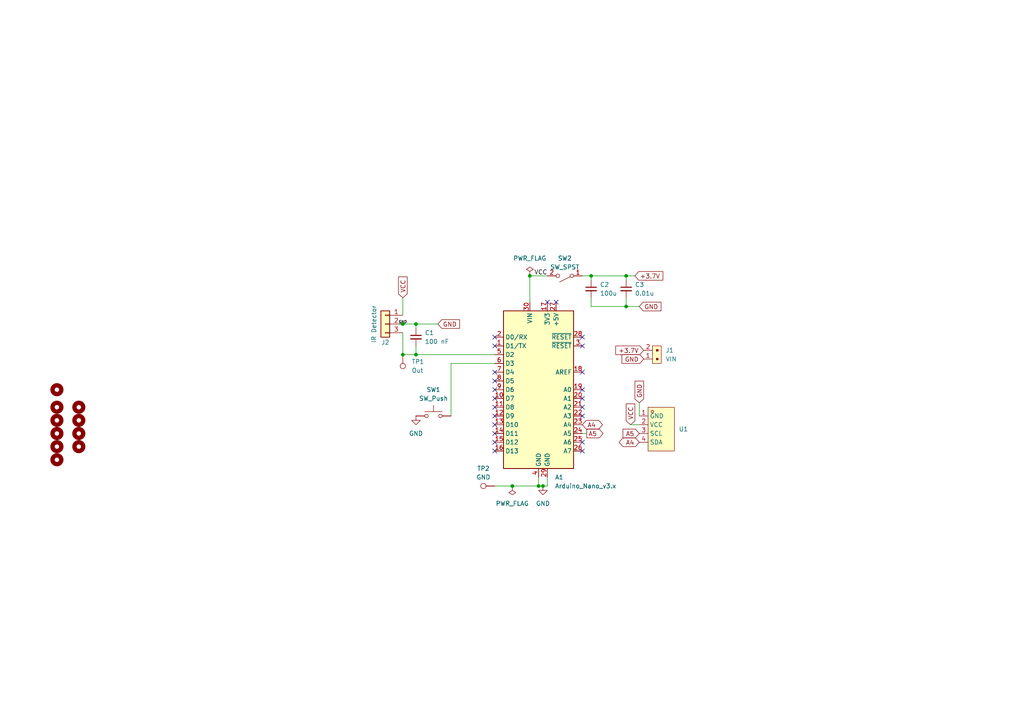
<source format=kicad_sch>
(kicad_sch (version 20231120) (generator "eeschema") (generator_version "8.0")
  (paper "A4")
  (lib_symbols
    (symbol "Connector:TestPoint" (pin_numbers hide) (pin_names (offset 0.762) hide)
      (property "Reference" "TP" (at 0 6.858 0))
      (property "Value" "TestPoint" (at 0 5.08 0))
      (symbol "TestPoint_0_1"
        (circle (center 0 3.302) (radius 0.762))
      )
      (symbol "TestPoint_1_1"
        (pin passive line (at 0 0 90) (length 2.54) (name "1") (number "1"))
      )
    )
    (symbol "Connector_Generic:Conn_01x03" (pin_names (offset 1.016) hide)
      (property "Reference" "J" (at 0 5.08 0))
      (property "Value" "Conn_01x03" (at 0 -5.08 0))
      (symbol "Conn_01x03_1_1"
        (rectangle (start -1.27 -2.413) (end 0 -2.667) (stroke (width 0.1524)))
        (rectangle (start -1.27 0.127) (end 0 -0.127) (stroke (width 0.1524)))
        (rectangle (start -1.27 2.667) (end 0 2.413) (stroke (width 0.1524)))
        (rectangle (start -1.27 3.81) (end 1.27 -3.81) (stroke (width 0.254)) (fill (type background)))
        (pin passive line (at -5.08 2.54 0) (length 3.81) (name "Pin_1") (number "1"))
        (pin passive line (at -5.08 0 0) (length 3.81) (name "Pin_2") (number "2"))
        (pin passive line (at -5.08 -2.54 0) (length 3.81) (name "Pin_3") (number "3"))
      )
    )
    (symbol "Device:C_Small" (pin_numbers hide) (pin_names (offset 0.254) hide)
      (property "Reference" "C" (at 0.254 1.778 0))
      (property "Value" "C_Small" (at 0.254 -2.032 0))
      (symbol "C_Small_0_1"
        (polyline (pts (xy -1.524 -0.508) (xy 1.524 -0.508)) (stroke (width 0.3302)))
        (polyline (pts (xy -1.524 0.508) (xy 1.524 0.508)) (stroke (width 0.3048)))
      )
      (symbol "C_Small_1_1"
        (pin passive line (at 0 2.54 270) (length 2.032) (name "~") (number "1"))
        (pin passive line (at 0 -2.54 90) (length 2.032) (name "~") (number "2"))
      )
    )
    (symbol "MCU_Module:Arduino_Nano_v3.x"
      (property "Reference" "A" (at -10.16 23.495 0))
      (property "Value" "Arduino_Nano_v3.x" (at 5.08 -24.13 0))
      (symbol "Arduino_Nano_v3.x_0_1"
        (rectangle (start -10.16 22.86) (end 10.16 -22.86) (stroke (width 0.254)) (fill (type background)))
      )
      (symbol "Arduino_Nano_v3.x_1_1"
        (pin bidirectional line (at -12.7 12.7 0) (length 2.54) (name "D1/TX") (number "1"))
        (pin bidirectional line (at -12.7 -2.54 0) (length 2.54) (name "D7") (number "10"))
        (pin bidirectional line (at -12.7 -5.08 0) (length 2.54) (name "D8") (number "11"))
        (pin bidirectional line (at -12.7 -7.62 0) (length 2.54) (name "D9") (number "12"))
        (pin bidirectional line (at -12.7 -10.16 0) (length 2.54) (name "D10") (number "13"))
        (pin bidirectional line (at -12.7 -12.7 0) (length 2.54) (name "D11") (number "14"))
        (pin bidirectional line (at -12.7 -15.24 0) (length 2.54) (name "D12") (number "15"))
        (pin bidirectional line (at -12.7 -17.78 0) (length 2.54) (name "D13") (number "16"))
        (pin power_out line (at 2.54 25.4 270) (length 2.54) (name "3V3") (number "17"))
        (pin input line (at 12.7 5.08 180) (length 2.54) (name "AREF") (number "18"))
        (pin bidirectional line (at 12.7 0 180) (length 2.54) (name "A0") (number "19"))
        (pin bidirectional line (at -12.7 15.24 0) (length 2.54) (name "D0/RX") (number "2"))
        (pin bidirectional line (at 12.7 -2.54 180) (length 2.54) (name "A1") (number "20"))
        (pin bidirectional line (at 12.7 -5.08 180) (length 2.54) (name "A2") (number "21"))
        (pin bidirectional line (at 12.7 -7.62 180) (length 2.54) (name "A3") (number "22"))
        (pin bidirectional line (at 12.7 -10.16 180) (length 2.54) (name "A4") (number "23"))
        (pin bidirectional line (at 12.7 -12.7 180) (length 2.54) (name "A5") (number "24"))
        (pin bidirectional line (at 12.7 -15.24 180) (length 2.54) (name "A6") (number "25"))
        (pin bidirectional line (at 12.7 -17.78 180) (length 2.54) (name "A7") (number "26"))
        (pin power_out line (at 5.08 25.4 270) (length 2.54) (name "+5V") (number "27"))
        (pin input line (at 12.7 15.24 180) (length 2.54) (name "~{RESET}") (number "28"))
        (pin power_in line (at 2.54 -25.4 90) (length 2.54) (name "GND") (number "29"))
        (pin input line (at 12.7 12.7 180) (length 2.54) (name "~{RESET}") (number "3"))
        (pin power_in line (at -2.54 25.4 270) (length 2.54) (name "VIN") (number "30"))
        (pin power_in line (at 0 -25.4 90) (length 2.54) (name "GND") (number "4"))
        (pin bidirectional line (at -12.7 10.16 0) (length 2.54) (name "D2") (number "5"))
        (pin bidirectional line (at -12.7 7.62 0) (length 2.54) (name "D3") (number "6"))
        (pin bidirectional line (at -12.7 5.08 0) (length 2.54) (name "D4") (number "7"))
        (pin bidirectional line (at -12.7 2.54 0) (length 2.54) (name "D5") (number "8"))
        (pin bidirectional line (at -12.7 0 0) (length 2.54) (name "D6") (number "9"))
      )
    )
    (symbol "Mechanical:MountingHole" (pin_names (offset 1.016)) (exclude_from_sim yes) (in_bom no)
      (property "Reference" "H" (at 0 5.08 0))
      (property "Value" "MountingHole" (at 0 3.175 0))
      (symbol "MountingHole_0_1"
        (circle (center 0 0) (radius 1.27) (stroke (width 1.27)))
      )
    )
    (symbol "Switch:SW_Push" (pin_numbers hide) (pin_names (offset 1.016) hide)
      (property "Reference" "SW" (at 1.27 2.54 0))
      (property "Value" "SW_Push" (at 0 -1.524 0))
      (symbol "SW_Push_0_1"
        (circle (center -2.032 0) (radius 0.508))
        (polyline (pts (xy 0 1.27) (xy 0 3.048)))
        (polyline (pts (xy 2.54 1.27) (xy -2.54 1.27)))
        (circle (center 2.032 0) (radius 0.508))
        (pin passive line (at -5.08 0 0) (length 2.54) (name "1") (number "1"))
        (pin passive line (at 5.08 0 180) (length 2.54) (name "2") (number "2"))
      )
    )
    (symbol "Switch:SW_SPST" (pin_names (offset 0) hide)
      (property "Reference" "SW" (at 0 3.175 0))
      (property "Value" "SW_SPST" (at 0 -2.54 0))
      (symbol "SW_SPST_0_0"
        (circle (center -2.032 0) (radius 0.508))
        (polyline (pts (xy -1.524 0.254) (xy 1.524 1.778)))
        (circle (center 2.032 0) (radius 0.508))
      )
      (symbol "SW_SPST_1_1"
        (pin passive line (at -5.08 0 0) (length 2.54) (name "A") (number "1"))
        (pin passive line (at 5.08 0 180) (length 2.54) (name "B") (number "2"))
      )
    )
    (symbol "dk_Rectangular-Connectors-Headers-Male-Pins:22-23-2021" (pin_names (offset 1.016))
      (property "Reference" "J" (at -2.54 1.27 0))
      (property "Value" "22-23-2021" (at 1.27 -3.81 0))
      (symbol "22-23-2021_1_1"
        (rectangle (start -1.27 0) (end 3.81 -2.54) (fill (type background)))
        (rectangle (start -0.254 -1.143) (end 0.254 -1.651) (fill (type outline)))
        (rectangle (start 2.286 -1.143) (end 2.794 -1.651) (fill (type outline)))
        (pin passive line (at 0 2.54 270) (length 2.54) (name "~") (number "1"))
        (pin passive line (at 2.54 2.54 270) (length 2.54) (name "~") (number "2"))
      )
    )
    (symbol "easyeda2kicad:HS96L03W2C03"
      (property "Reference" "U1" (at 5.08 0.0001 0))
      (symbol "HS96L03W2C03_0_1"
        (rectangle (start -3.81 6.35) (end 3.81 -6.35) (fill (type background)))
        (circle (center -2.54 5.08) (radius 0.38))
        (pin bidirectional line (at -6.35 -3.81 0) (length 2.54) (name "SDA") (number "4"))
      )
      (symbol "HS96L03W2C03_1_1"
        (pin power_in line (at -6.35 3.81 0) (length 2.54) (name "GND") (number "1"))
        (pin power_in line (at -6.35 1.27 0) (length 2.54) (name "VCC") (number "2"))
        (pin input line (at -6.35 -1.27 0) (length 2.54) (name "SCL") (number "3"))
      )
    )
    (symbol "power:GND" (power) (pin_numbers hide) (pin_names (offset 0) hide)
      (property "Value" "GND" (at 0 -3.81 0))
      (symbol "GND_0_1"
        (polyline (pts (xy 0 0) (xy 0 -1.27) (xy 1.27 -1.27) (xy 0 -2.54) (xy -1.27 -1.27) (xy 0 -1.27)))
      )
      (symbol "GND_1_1"
        (pin power_in line (at 0 0 270) (length 0) (name "~") (number "1"))
      )
    )
    (symbol "power:PWR_FLAG" (power) (pin_numbers hide) (pin_names (offset 0) hide)
      (property "Value" "PWR_FLAG" (at 0 3.81 0))
      (symbol "PWR_FLAG_0_0"
        (pin power_out line (at 0 0 90) (length 0) (name "~") (number "1"))
      )
      (symbol "PWR_FLAG_0_1"
        (polyline (pts (xy 0 0) (xy 0 1.27) (xy -1.016 1.905) (xy 0 2.54) (xy 1.016 1.905) (xy 0 1.27)))
      )
    )
  )
  (junction (at 120.65 102.87))
  (junction (at 116.84 102.87))
  (junction (at 181.61 88.9))
  (junction (at 181.61 80.01))
  (junction (at 157.48 140.97))
  (junction (at 171.45 80.01))
  (junction (at 156.21 140.97))
  (junction (at 148.59 140.97))
  (junction (at 153.67 80.01))
  (junction (at 120.65 93.98))
  (junction (at 116.84 93.98))
  (no_connect (at 143.51 120.65))
  (no_connect (at 143.51 125.73))
  (no_connect (at 168.91 130.81))
  (no_connect (at 168.91 128.27))
  (no_connect (at 143.51 128.27))
  (no_connect (at 168.91 118.11))
  (no_connect (at 168.91 115.57))
  (no_connect (at 143.51 97.79))
  (no_connect (at 143.51 113.03))
  (no_connect (at 158.75 87.63))
  (no_connect (at 168.91 100.33))
  (no_connect (at 143.51 123.19))
  (no_connect (at 168.91 97.79))
  (no_connect (at 143.51 100.33))
  (no_connect (at 168.91 120.65))
  (no_connect (at 143.51 130.81))
  (no_connect (at 168.91 113.03))
  (no_connect (at 161.29 87.63))
  (no_connect (at 143.51 118.11))
  (no_connect (at 143.51 107.95))
  (no_connect (at 168.91 107.95))
  (no_connect (at 143.51 110.49))
  (no_connect (at 143.51 115.57))
  (wire (pts (xy 171.45 80.01) (xy 181.61 80.01)))
  (wire (pts (xy 120.65 102.87) (xy 143.51 102.87)))
  (wire (pts (xy 171.45 88.9) (xy 181.61 88.9)))
  (wire (pts (xy 148.59 140.97) (xy 156.21 140.97)))
  (wire (pts (xy 116.84 86.36) (xy 116.84 91.44)))
  (wire (pts (xy 168.91 80.01) (xy 171.45 80.01)))
  (wire (pts (xy 116.84 96.52) (xy 116.84 102.87)))
  (wire (pts (xy 158.75 138.43) (xy 158.75 140.97)))
  (wire (pts (xy 156.21 140.97) (xy 157.48 140.97)))
  (wire (pts (xy 130.81 120.65) (xy 130.81 105.41)))
  (wire (pts (xy 185.42 123.19) (xy 182.88 123.19)))
  (wire (pts (xy 185.42 116.84) (xy 185.42 120.65)))
  (wire (pts (xy 153.67 80.01) (xy 153.67 87.63)))
  (wire (pts (xy 120.65 93.98) (xy 127 93.98)))
  (wire (pts (xy 171.45 81.28) (xy 171.45 80.01)))
  (wire (pts (xy 181.61 81.28) (xy 181.61 80.01)))
  (wire (pts (xy 170.18 125.73) (xy 168.91 125.73)))
  (wire (pts (xy 156.21 138.43) (xy 156.21 140.97)))
  (wire (pts (xy 181.61 80.01) (xy 184.15 80.01)))
  (wire (pts (xy 115.57 93.98) (xy 116.84 93.98)))
  (wire (pts (xy 171.45 86.36) (xy 171.45 88.9)))
  (wire (pts (xy 120.65 93.98) (xy 120.65 95.25)))
  (wire (pts (xy 116.84 93.98) (xy 120.65 93.98)))
  (wire (pts (xy 181.61 88.9) (xy 181.61 86.36)))
  (wire (pts (xy 130.81 105.41) (xy 143.51 105.41)))
  (wire (pts (xy 153.67 80.01) (xy 158.75 80.01)))
  (wire (pts (xy 181.61 88.9) (xy 185.42 88.9)))
  (wire (pts (xy 143.51 140.97) (xy 148.59 140.97)))
  (wire (pts (xy 158.75 140.97) (xy 157.48 140.97)))
  (wire (pts (xy 116.84 102.87) (xy 120.65 102.87)))
  (wire (pts (xy 120.65 102.87) (xy 120.65 100.33)))
  (label "VCC" (at 158.75 80.01 180))
  (label "GND" (at 115.57 93.98 0) (effects (font (size 0.762 0.762))))
  (global_label "GND" (shape input) (at 186.69 104.14 180) (property "Intersheetrefs" "${INTERSHEET_REFS}" (effects (hide yes))))
  (global_label "A5" (shape output) (at 170.18 125.73 0) (property "Intersheetrefs" "${INTERSHEET_REFS}" (effects (hide yes))))
  (global_label "GND" (shape input) (at 185.42 88.9 0) (property "Intersheetrefs" "${INTERSHEET_REFS}" (effects (hide yes))))
  (global_label "VCC" (shape input) (at 116.84 86.36 90) (property "Intersheetrefs" "${INTERSHEET_REFS}" (effects (hide yes))))
  (global_label "VCC" (shape input) (at 182.88 123.19 90) (property "Intersheetrefs" "${INTERSHEET_REFS}" (effects (hide yes))))
  (global_label "+3.7V" (shape input) (at 186.69 101.6 180) (property "Intersheetrefs" "${INTERSHEET_REFS}" (effects (hide yes))))
  (global_label "A4" (shape bidirectional) (at 168.91 123.19 0) (property "Intersheetrefs" "${INTERSHEET_REFS}" (effects (hide yes))))
  (global_label "GND" (shape input) (at 127 93.98 0) (property "Intersheetrefs" "${INTERSHEET_REFS}" (effects (hide yes))))
  (global_label "+3.7V" (shape input) (at 184.15 80.01 0) (property "Intersheetrefs" "${INTERSHEET_REFS}" (effects (hide yes))))
  (global_label "GND" (shape input) (at 185.42 116.84 90) (property "Intersheetrefs" "${INTERSHEET_REFS}" (effects (hide yes))))
  (global_label "A5" (shape input) (at 185.42 125.73 180) (property "Intersheetrefs" "${INTERSHEET_REFS}" (effects (hide yes))))
  (global_label "A4" (shape bidirectional) (at 185.42 128.27 180) (property "Intersheetrefs" "${INTERSHEET_REFS}" (effects (hide yes))))
  (symbol (lib_id "dk_Rectangular-Connectors-Headers-Male-Pins:22-23-2021") (at 189.23 104.14 90) (unit 1)
    (property "Reference" "J1" (at 193.04 101.5999 90) (effects (justify right)))
    (property "Value" "VIN" (at 193.04 104.1399 90) (effects (justify right)))
    (property "Footprint" "Connector_PinHeader_2.54mm:PinHeader_1x02_P2.54mm_Vertical" (effects (hide yes)))
    (property "Datasheet" "https://media.digikey.com/pdf/Data%20Sheets/Molex%20PDFs/A-6373-N_Series_Dwg_2010-12-03.pdf" (effects (hide yes)))
    (property "Description" "CONN HEADER VERT 2POS 2.54MM" (effects (hide yes)))
    (property "Digi-Key_PN" "WM4200-ND" (effects (hide yes)))
    (property "MPN" "22-23-2021" (effects (hide yes)))
    (property "Category" "Connectors, Interconnects" (effects (hide yes)))
    (property "Family" "Rectangular Connectors - Headers, Male Pins" (effects (hide yes)))
    (property "DK_Datasheet_Link" "https://media.digikey.com/pdf/Data%20Sheets/Molex%20PDFs/A-6373-N_Series_Dwg_2010-12-03.pdf" (effects (hide yes)))
    (property "DK_Detail_Page" "/product-detail/en/molex/22-23-2021/WM4200-ND/26667" (effects (hide yes)))
    (property "Description_1" "CONN HEADER VERT 2POS 2.54MM" (effects (hide yes)))
    (property "Manufacturer" "Molex" (effects (hide yes)))
    (property "Status" "Active" (effects (hide yes)))
  )
  (symbol (lib_id "Mechanical:MountingHole") (at 16.51 121.92 0) (unit 1) (exclude_from_sim yes) (in_bom no)
    (property "Reference" "H3" (effects (hide yes)))
    (property "Value" "MountingHole" (effects (hide yes)))
    (property "Footprint" "MountingHole:MountingHole_2.5mm_Pad" (effects (hide yes)))
    (property "Description" "Mounting Hole without connection" (effects (hide yes)))
  )
  (symbol (lib_id "Mechanical:MountingHole") (at 22.86 118.11 0) (unit 1) (exclude_from_sim yes) (in_bom no)
    (property "Reference" "H7" (effects (hide yes)))
    (property "Value" "MountingHole" (effects (hide yes)))
    (property "Footprint" "MountingHole:MountingHole_2.5mm_Pad" (effects (hide yes)))
    (property "Description" "Mounting Hole without connection" (effects (hide yes)))
  )
  (symbol (lib_id "Device:C_Small") (at 171.45 83.82 0) (unit 1)
    (property "Reference" "C2" (at 173.99 82.5562 0) (effects (justify left)))
    (property "Value" "100u" (at 173.99 85.0962 0) (effects (justify left)))
    (property "Footprint" "Capacitor_THT:C_Disc_D6.0mm_W2.5mm_P5.00mm" (effects (hide yes)))
    (property "Description" "Unpolarized capacitor, small symbol" (effects (hide yes)))
  )
  (symbol (lib_id "Mechanical:MountingHole") (at 22.86 121.92 0) (unit 1) (exclude_from_sim yes) (in_bom no)
    (property "Reference" "H8" (effects (hide yes)))
    (property "Value" "MountingHole" (effects (hide yes)))
    (property "Footprint" "MountingHole:MountingHole_2.5mm_Pad" (effects (hide yes)))
    (property "Description" "Mounting Hole without connection" (effects (hide yes)))
  )
  (symbol (lib_id "MCU_Module:Arduino_Nano_v3.x") (at 156.21 113.03 0) (unit 1)
    (property "Reference" "A1" (at 160.9441 138.43 0) (effects (justify left)))
    (property "Value" "Arduino_Nano_v3.x" (at 160.9441 140.97 0) (effects (justify left)))
    (property "Footprint" "Module:Arduino_Nano" (effects (hide yes)))
    (property "Datasheet" "http://www.mouser.com/pdfdocs/Gravitech_Arduino_Nano3_0.pdf" (effects (hide yes)))
    (property "Description" "Arduino Nano v3.x" (effects (hide yes)))
  )
  (symbol (lib_id "power:PWR_FLAG") (at 153.67 80.01 0) (unit 1)
    (property "Reference" "#FLG02" (effects (hide yes)))
    (property "Value" "PWR_FLAG" (at 153.67 74.93 0))
    (property "Description" "Special symbol for telling ERC where power comes from" (effects (hide yes)))
  )
  (symbol (lib_id "Mechanical:MountingHole") (at 16.51 125.73 0) (unit 1) (exclude_from_sim yes) (in_bom no)
    (property "Reference" "H4" (effects (hide yes)))
    (property "Value" "MountingHole" (effects (hide yes)))
    (property "Footprint" "MountingHole:MountingHole_2.5mm_Pad" (effects (hide yes)))
    (property "Description" "Mounting Hole without connection" (effects (hide yes)))
  )
  (symbol (lib_id "Connector_Generic:Conn_01x03") (at 111.76 93.98 0) (mirror y) (unit 1)
    (property "Reference" "J2" (at 111.76 99.314 0))
    (property "Value" "IR Detector" (at 108.458 93.98 90))
    (property "Footprint" "Connector_PinSocket_2.54mm:PinSocket_1x03_P2.54mm_Horizontal" (effects (hide yes)))
    (property "Description" "Generic connector, single row, 01x03, script generated (kicad-library-utils/schlib/autogen/connector/)" (effects (hide yes)))
  )
  (symbol (lib_id "Mechanical:MountingHole") (at 16.51 129.54 0) (unit 1) (exclude_from_sim yes) (in_bom no)
    (property "Reference" "H5" (effects (hide yes)))
    (property "Value" "MountingHole" (effects (hide yes)))
    (property "Footprint" "MountingHole:MountingHole_2.5mm_Pad" (effects (hide yes)))
    (property "Description" "Mounting Hole without connection" (effects (hide yes)))
  )
  (symbol (lib_id "power:PWR_FLAG") (at 148.59 140.97 180) (unit 1)
    (property "Reference" "#FLG01" (effects (hide yes)))
    (property "Value" "PWR_FLAG" (at 148.59 146.05 0))
    (property "Description" "Special symbol for telling ERC where power comes from" (effects (hide yes)))
  )
  (symbol (lib_id "power:GND") (at 120.65 120.65 0) (unit 1)
    (property "Reference" "#PWR010" (effects (hide yes)))
    (property "Value" "GND" (at 120.65 125.73 0))
    (property "Description" "Power symbol creates a global label with name \"GND\" , ground" (effects (hide yes)))
  )
  (symbol (lib_id "power:GND") (at 157.48 140.97 0) (unit 1)
    (property "Reference" "#PWR02" (effects (hide yes)))
    (property "Value" "GND" (at 157.48 146.05 0))
    (property "Description" "Power symbol creates a global label with name \"GND\" , ground" (effects (hide yes)))
  )
  (symbol (lib_id "Mechanical:MountingHole") (at 22.86 125.73 0) (unit 1) (exclude_from_sim yes) (in_bom no)
    (property "Reference" "H9" (effects (hide yes)))
    (property "Value" "MountingHole" (effects (hide yes)))
    (property "Footprint" "MountingHole:MountingHole_2.5mm_Pad" (effects (hide yes)))
    (property "Description" "Mounting Hole without connection" (effects (hide yes)))
  )
  (symbol (lib_id "Mechanical:MountingHole") (at 22.86 129.54 0) (unit 1) (exclude_from_sim yes) (in_bom no)
    (property "Reference" "H10" (effects (hide yes)))
    (property "Value" "MountingHole" (effects (hide yes)))
    (property "Footprint" "MountingHole:MountingHole_2.5mm_Pad" (effects (hide yes)))
    (property "Description" "Mounting Hole without connection" (effects (hide yes)))
  )
  (symbol (lib_id "Mechanical:MountingHole") (at 16.51 118.11 0) (unit 1) (exclude_from_sim yes) (in_bom no)
    (property "Reference" "H2" (effects (hide yes)))
    (property "Value" "MountingHole" (effects (hide yes)))
    (property "Footprint" "MountingHole:MountingHole_2.5mm_Pad" (effects (hide yes)))
    (property "Description" "Mounting Hole without connection" (effects (hide yes)))
  )
  (symbol (lib_id "Mechanical:MountingHole") (at 16.51 133.35 0) (unit 1) (exclude_from_sim yes) (in_bom no)
    (property "Reference" "H6" (effects (hide yes)))
    (property "Value" "MountingHole" (effects (hide yes)))
    (property "Footprint" "MountingHole:MountingHole_2.5mm_Pad" (effects (hide yes)))
    (property "Description" "Mounting Hole without connection" (effects (hide yes)))
  )
  (symbol (lib_id "Mechanical:MountingHole") (at 16.51 113.03 0) (unit 1) (exclude_from_sim yes) (in_bom no)
    (property "Reference" "H1" (effects (hide yes)))
    (property "Value" "MountingHole" (effects (hide yes)))
    (property "Footprint" "MountingHole:MountingHole_2.5mm_Pad" (effects (hide yes)))
    (property "Description" "Mounting Hole without connection" (effects (hide yes)))
  )
  (symbol (lib_id "Switch:SW_Push") (at 125.73 120.65 0) (unit 1)
    (property "Reference" "SW1" (at 125.73 113.03 0))
    (property "Value" "SW_Push" (at 125.73 115.57 0))
    (property "Footprint" "Connector_PinHeader_2.54mm:PinHeader_1x02_P2.54mm_Vertical" (effects (hide yes)))
    (property "Description" "Push button switch, generic, two pins" (effects (hide yes)))
  )
  (symbol (lib_id "Connector:TestPoint") (at 143.51 140.97 90) (unit 1)
    (property "Reference" "TP2" (at 140.208 135.89 90))
    (property "Value" "GND" (at 140.208 138.43 90))
    (property "Footprint" "TestPoint:TestPoint_THTPad_D1.5mm_Drill0.7mm" (effects (hide yes)))
    (property "Description" "test point" (effects (hide yes)))
  )
  (symbol (lib_id "Switch:SW_SPST") (at 163.83 80.01 180) (unit 1)
    (property "Reference" "SW2" (at 163.83 74.93 0))
    (property "Value" "SW_SPST" (at 163.83 77.47 0))
    (property "Footprint" "Connector_PinHeader_2.54mm:PinHeader_1x02_P2.54mm_Vertical" (effects (hide yes)))
    (property "Description" "Single Pole Single Throw (SPST) switch" (effects (hide yes)))
  )
  (symbol (lib_id "Device:C_Small") (at 120.65 97.79 0) (unit 1)
    (property "Reference" "C1" (at 123.19 96.5262 0) (effects (justify left)))
    (property "Value" "100 nF" (at 123.19 99.0662 0) (effects (justify left)))
    (property "Footprint" "Capacitor_THT:C_Disc_D6.0mm_W2.5mm_P5.00mm" (effects (hide yes)))
    (property "Description" "Unpolarized capacitor, small symbol" (effects (hide yes)))
  )
  (symbol (lib_id "easyeda2kicad:HS96L03W2C03") (at 191.77 124.46 0) (unit 1)
    (property "Reference" "U1" (at 196.85 124.4599 0) (effects (justify left)))
    (property "Value" "HS96L03W2C03" (effects (hide yes)))
    (property "Footprint" "easyeda2kicad:OLED-TH_L27.8-W27.2-P2.54_C9900033791" (effects (hide yes)))
    (property "LCSC Part" "C5248080" (effects (hide yes)))
  )
  (symbol (lib_id "Device:C_Small") (at 181.61 83.82 0) (unit 1)
    (property "Reference" "C3" (at 184.15 82.5562 0) (effects (justify left)))
    (property "Value" "0.01u" (at 184.15 85.0962 0) (effects (justify left)))
    (property "Footprint" "Capacitor_THT:C_Disc_D6.0mm_W2.5mm_P5.00mm" (effects (hide yes)))
    (property "Description" "Unpolarized capacitor, small symbol" (effects (hide yes)))
  )
  (symbol (lib_id "Connector:TestPoint") (at 116.84 102.87 180) (unit 1)
    (property "Reference" "TP1" (at 119.38 104.9019 0) (effects (justify right)))
    (property "Value" "Out" (at 119.38 107.4419 0) (effects (justify right)))
    (property "Footprint" "TestPoint:TestPoint_THTPad_D1.5mm_Drill0.7mm" (effects (hide yes)))
    (property "Description" "test point" (effects (hide yes)))
  )
)
</source>
